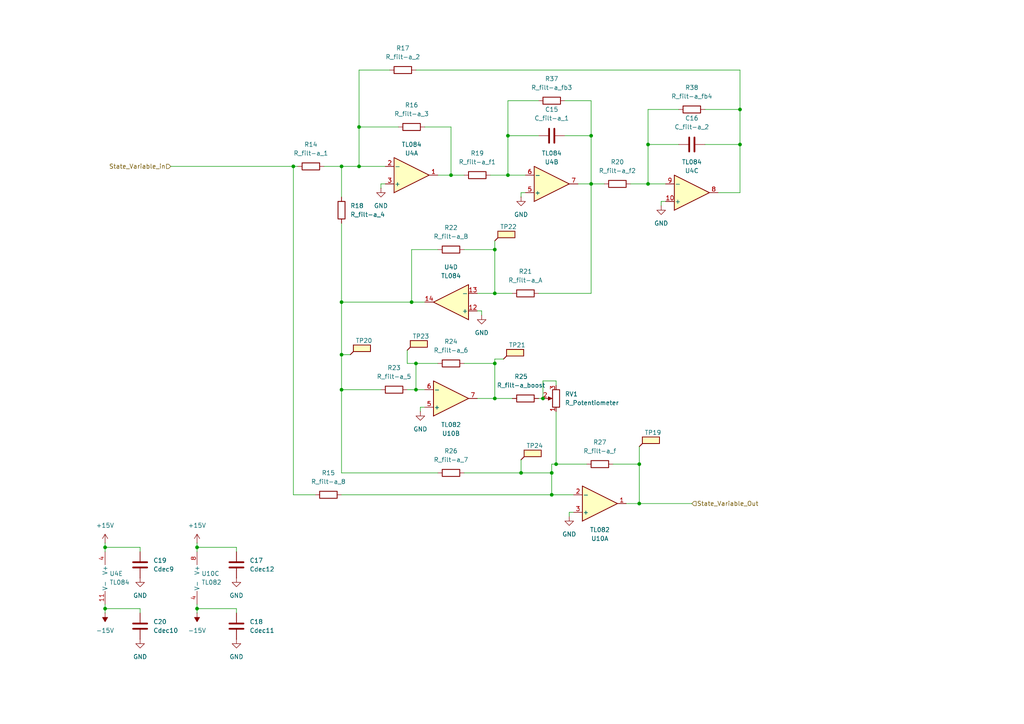
<source format=kicad_sch>
(kicad_sch (version 20231120) (generator "eeschema") (generator_version "8.0")
  (paper "A4")
  (lib_symbols
    (symbol "Amplifier_Operational:TL082" (pin_names (offset 0.127))
      (property "Reference" "U" (at 0 5.08 0))
      (property "Value" "TL082" (at 0 -5.08 0))
      (symbol "TL082_1_1"
        (polyline (pts (xy -5.08 5.08) (xy 5.08 0) (xy -5.08 -5.08) (xy -5.08 5.08)) (stroke (width 0.254)) (fill (type background)))
        (pin output line (at 7.62 0 180) (length 2.54) (name "~") (number "1"))
        (pin input line (at -7.62 -2.54 0) (length 2.54) (name "-") (number "2"))
        (pin input line (at -7.62 2.54 0) (length 2.54) (name "+") (number "3"))
      )
      (symbol "TL082_2_1"
        (polyline (pts (xy -5.08 5.08) (xy 5.08 0) (xy -5.08 -5.08) (xy -5.08 5.08)) (stroke (width 0.254)) (fill (type background)))
        (pin input line (at -7.62 2.54 0) (length 2.54) (name "+") (number "5"))
        (pin input line (at -7.62 -2.54 0) (length 2.54) (name "-") (number "6"))
        (pin output line (at 7.62 0 180) (length 2.54) (name "~") (number "7"))
      )
      (symbol "TL082_3_1"
        (pin power_in line (at -2.54 -7.62 90) (length 3.81) (name "V-") (number "4"))
        (pin power_in line (at -2.54 7.62 270) (length 3.81) (name "V+") (number "8"))
      )
    )
    (symbol "Amplifier_Operational:TL084" (pin_names (offset 0.127))
      (property "Reference" "U" (at 0 5.08 0))
      (property "Value" "TL084" (at 0 -5.08 0))
      (symbol "TL084_1_1"
        (polyline (pts (xy -5.08 5.08) (xy 5.08 0) (xy -5.08 -5.08) (xy -5.08 5.08)) (stroke (width 0.254)) (fill (type background)))
        (pin output line (at 7.62 0 180) (length 2.54) (name "~") (number "1"))
        (pin input line (at -7.62 -2.54 0) (length 2.54) (name "-") (number "2"))
        (pin input line (at -7.62 2.54 0) (length 2.54) (name "+") (number "3"))
      )
      (symbol "TL084_2_1"
        (polyline (pts (xy -5.08 5.08) (xy 5.08 0) (xy -5.08 -5.08) (xy -5.08 5.08)) (stroke (width 0.254)) (fill (type background)))
        (pin input line (at -7.62 2.54 0) (length 2.54) (name "+") (number "5"))
        (pin input line (at -7.62 -2.54 0) (length 2.54) (name "-") (number "6"))
        (pin output line (at 7.62 0 180) (length 2.54) (name "~") (number "7"))
      )
      (symbol "TL084_3_1"
        (polyline (pts (xy -5.08 5.08) (xy 5.08 0) (xy -5.08 -5.08) (xy -5.08 5.08)) (stroke (width 0.254)) (fill (type background)))
        (pin input line (at -7.62 2.54 0) (length 2.54) (name "+") (number "10"))
        (pin output line (at 7.62 0 180) (length 2.54) (name "~") (number "8"))
        (pin input line (at -7.62 -2.54 0) (length 2.54) (name "-") (number "9"))
      )
      (symbol "TL084_4_1"
        (polyline (pts (xy -5.08 5.08) (xy 5.08 0) (xy -5.08 -5.08) (xy -5.08 5.08)) (stroke (width 0.254)) (fill (type background)))
        (pin input line (at -7.62 2.54 0) (length 2.54) (name "+") (number "12"))
        (pin input line (at -7.62 -2.54 0) (length 2.54) (name "-") (number "13"))
        (pin output line (at 7.62 0 180) (length 2.54) (name "~") (number "14"))
      )
      (symbol "TL084_5_1"
        (pin power_in line (at -2.54 -7.62 90) (length 3.81) (name "V-") (number "11"))
        (pin power_in line (at -2.54 7.62 270) (length 3.81) (name "V+") (number "4"))
      )
    )
    (symbol "Connector:TestPoint_Flag" (pin_numbers hide) (pin_names (offset 0.762) hide)
      (property "Reference" "TP" (at 3.429 1.778 0))
      (property "Value" "TestPoint_Flag" (at 3.302 4.191 0))
      (symbol "TestPoint_Flag_0_1"
        (polyline (pts (xy 0 0) (xy 0.889 0.889)) (stroke (width 0.254)))
        (rectangle (start 0.889 2.794) (end 5.842 0.889) (stroke (width 0.254)) (fill (type background)))
      )
      (symbol "TestPoint_Flag_1_1"
        (pin passive line (at 0 0 90) (length 0) (name "1") (number "1"))
      )
    )
    (symbol "Device:C" (pin_numbers hide) (pin_names (offset 0.254))
      (property "Reference" "C" (at 0.635 2.54 0))
      (property "Value" "C" (at 0.635 -2.54 0))
      (symbol "C_0_1"
        (polyline (pts (xy -2.032 -0.762) (xy 2.032 -0.762)) (stroke (width 0.508)))
        (polyline (pts (xy -2.032 0.762) (xy 2.032 0.762)) (stroke (width 0.508)))
      )
      (symbol "C_1_1"
        (pin passive line (at 0 3.81 270) (length 2.794) (name "~") (number "1"))
        (pin passive line (at 0 -3.81 90) (length 2.794) (name "~") (number "2"))
      )
    )
    (symbol "Device:R" (pin_numbers hide) (pin_names (offset 0))
      (property "Reference" "R" (at 2.032 0 90))
      (property "Value" "R" (at 0 0 90))
      (symbol "R_0_1"
        (rectangle (start -1.016 -2.54) (end 1.016 2.54) (stroke (width 0.254)))
      )
      (symbol "R_1_1"
        (pin passive line (at 0 3.81 270) (length 1.27) (name "~") (number "1"))
        (pin passive line (at 0 -3.81 90) (length 1.27) (name "~") (number "2"))
      )
    )
    (symbol "Device:R_Potentiometer" (pin_names (offset 1.016) hide)
      (property "Reference" "RV" (at -4.445 0 90))
      (property "Value" "R_Potentiometer" (at -2.54 0 90))
      (symbol "R_Potentiometer_0_1"
        (polyline (pts (xy 2.54 0) (xy 1.524 0)))
        (polyline (pts (xy 1.143 0) (xy 2.286 0.508) (xy 2.286 -0.508) (xy 1.143 0)) (fill (type outline)))
        (rectangle (start 1.016 2.54) (end -1.016 -2.54) (stroke (width 0.254)))
      )
      (symbol "R_Potentiometer_1_1"
        (pin passive line (at 0 3.81 270) (length 1.27) (name "1") (number "1"))
        (pin passive line (at 3.81 0 180) (length 1.27) (name "2") (number "2"))
        (pin passive line (at 0 -3.81 90) (length 1.27) (name "3") (number "3"))
      )
    )
    (symbol "power:+15V" (power) (pin_numbers hide) (pin_names (offset 0) hide)
      (property "Value" "+15V" (at 0 3.556 0))
      (symbol "+15V_0_1"
        (polyline (pts (xy -0.762 1.27) (xy 0 2.54)))
        (polyline (pts (xy 0 0) (xy 0 2.54)))
        (polyline (pts (xy 0 2.54) (xy 0.762 1.27)))
      )
      (symbol "+15V_1_1"
        (pin power_in line (at 0 0 90) (length 0) (name "~") (number "1"))
      )
    )
    (symbol "power:-15V" (power) (pin_numbers hide) (pin_names (offset 0) hide)
      (property "Value" "-15V" (at 0 3.556 0))
      (symbol "-15V_0_0"
        (pin power_in line (at 0 0 90) (length 0) (name "~") (number "1"))
      )
      (symbol "-15V_0_1"
        (polyline (pts (xy 0 0) (xy 0 1.27) (xy 0.762 1.27) (xy 0 2.54) (xy -0.762 1.27) (xy 0 1.27)) (fill (type outline)))
      )
    )
    (symbol "power:GND" (power) (pin_numbers hide) (pin_names (offset 0) hide)
      (property "Value" "GND" (at 0 -3.81 0))
      (symbol "GND_0_1"
        (polyline (pts (xy 0 0) (xy 0 -1.27) (xy 1.27 -1.27) (xy 0 -2.54) (xy -1.27 -1.27) (xy 0 -1.27)))
      )
      (symbol "GND_1_1"
        (pin power_in line (at 0 0 270) (length 0) (name "~") (number "1"))
      )
    )
  )
  (junction (at 104.14 36.83))
  (junction (at 214.63 31.75))
  (junction (at 160.02 143.51))
  (junction (at 57.15 176.53))
  (junction (at 99.06 48.26))
  (junction (at 171.45 39.37))
  (junction (at 143.51 85.09))
  (junction (at 143.51 105.41))
  (junction (at 120.65 113.03))
  (junction (at 160.02 137.16))
  (junction (at 130.81 50.8))
  (junction (at 120.65 105.41))
  (junction (at 157.48 115.57))
  (junction (at 187.96 53.34))
  (junction (at 151.13 137.16))
  (junction (at 187.96 41.91))
  (junction (at 143.51 72.39))
  (junction (at 161.29 134.62))
  (junction (at 57.15 158.75))
  (junction (at 99.06 87.63))
  (junction (at 85.09 48.26))
  (junction (at 99.06 113.03))
  (junction (at 104.14 48.26))
  (junction (at 171.45 53.34))
  (junction (at 30.48 158.75))
  (junction (at 147.32 50.8))
  (junction (at 143.51 115.57))
  (junction (at 99.06 102.87))
  (junction (at 119.38 87.63))
  (junction (at 147.32 39.37))
  (junction (at 185.42 134.62))
  (junction (at 30.48 176.53))
  (junction (at 185.42 146.05))
  (junction (at 214.63 41.91))
  (wire (pts (xy 40.64 158.75) (xy 30.48 158.75)))
  (wire (pts (xy 123.19 36.83) (xy 130.81 36.83)))
  (wire (pts (xy 146.05 104.14) (xy 143.51 104.14)))
  (wire (pts (xy 113.03 20.32) (xy 104.14 20.32)))
  (wire (pts (xy 85.09 143.51) (xy 85.09 48.26)))
  (wire (pts (xy 214.63 20.32) (xy 214.63 31.75)))
  (wire (pts (xy 160.02 134.62) (xy 160.02 137.16)))
  (wire (pts (xy 187.96 53.34) (xy 193.04 53.34)))
  (wire (pts (xy 99.06 102.87) (xy 99.06 87.63)))
  (wire (pts (xy 142.24 50.8) (xy 147.32 50.8)))
  (wire (pts (xy 99.06 137.16) (xy 99.06 113.03)))
  (wire (pts (xy 40.64 176.53) (xy 30.48 176.53)))
  (wire (pts (xy 143.51 85.09) (xy 148.59 85.09)))
  (wire (pts (xy 120.65 105.41) (xy 120.65 113.03)))
  (wire (pts (xy 99.06 57.15) (xy 99.06 48.26)))
  (wire (pts (xy 68.58 158.75) (xy 57.15 158.75)))
  (wire (pts (xy 115.57 36.83) (xy 104.14 36.83)))
  (wire (pts (xy 101.6 102.87) (xy 99.06 102.87)))
  (wire (pts (xy 99.06 48.26) (xy 104.14 48.26)))
  (wire (pts (xy 127 72.39) (xy 119.38 72.39)))
  (wire (pts (xy 171.45 85.09) (xy 171.45 53.34)))
  (wire (pts (xy 151.13 57.15) (xy 151.13 55.88)))
  (wire (pts (xy 143.51 72.39) (xy 143.51 85.09)))
  (wire (pts (xy 99.06 64.77) (xy 99.06 87.63)))
  (wire (pts (xy 214.63 41.91) (xy 214.63 55.88)))
  (wire (pts (xy 120.65 20.32) (xy 214.63 20.32)))
  (wire (pts (xy 134.62 137.16) (xy 151.13 137.16)))
  (wire (pts (xy 171.45 53.34) (xy 175.26 53.34)))
  (wire (pts (xy 130.81 50.8) (xy 134.62 50.8)))
  (wire (pts (xy 147.32 39.37) (xy 147.32 50.8)))
  (wire (pts (xy 157.48 110.49) (xy 157.48 115.57)))
  (wire (pts (xy 127 137.16) (xy 99.06 137.16)))
  (wire (pts (xy 187.96 41.91) (xy 187.96 53.34)))
  (wire (pts (xy 171.45 39.37) (xy 171.45 53.34)))
  (wire (pts (xy 167.64 53.34) (xy 171.45 53.34)))
  (wire (pts (xy 57.15 157.48) (xy 57.15 158.75)))
  (wire (pts (xy 163.83 29.21) (xy 171.45 29.21)))
  (wire (pts (xy 157.48 115.57) (xy 156.21 115.57)))
  (wire (pts (xy 185.42 129.54) (xy 185.42 134.62)))
  (wire (pts (xy 68.58 160.02) (xy 68.58 158.75)))
  (wire (pts (xy 139.7 91.44) (xy 139.7 90.17)))
  (wire (pts (xy 185.42 134.62) (xy 185.42 146.05)))
  (wire (pts (xy 165.1 149.86) (xy 165.1 148.59)))
  (wire (pts (xy 185.42 146.05) (xy 200.66 146.05)))
  (wire (pts (xy 121.92 119.38) (xy 121.92 118.11)))
  (wire (pts (xy 171.45 29.21) (xy 171.45 39.37)))
  (wire (pts (xy 104.14 36.83) (xy 104.14 48.26)))
  (wire (pts (xy 110.49 53.34) (xy 111.76 53.34)))
  (wire (pts (xy 99.06 87.63) (xy 119.38 87.63)))
  (wire (pts (xy 99.06 143.51) (xy 160.02 143.51)))
  (wire (pts (xy 127 105.41) (xy 120.65 105.41)))
  (wire (pts (xy 143.51 104.14) (xy 143.51 105.41)))
  (wire (pts (xy 143.51 69.85) (xy 143.51 72.39)))
  (wire (pts (xy 40.64 158.75) (xy 40.64 160.02)))
  (wire (pts (xy 143.51 115.57) (xy 148.59 115.57)))
  (wire (pts (xy 182.88 53.34) (xy 187.96 53.34)))
  (wire (pts (xy 30.48 157.48) (xy 30.48 158.75)))
  (wire (pts (xy 161.29 134.62) (xy 170.18 134.62)))
  (wire (pts (xy 143.51 105.41) (xy 143.51 115.57)))
  (wire (pts (xy 68.58 176.53) (xy 57.15 176.53)))
  (wire (pts (xy 147.32 29.21) (xy 147.32 39.37)))
  (wire (pts (xy 118.11 113.03) (xy 120.65 113.03)))
  (wire (pts (xy 147.32 50.8) (xy 152.4 50.8)))
  (wire (pts (xy 151.13 55.88) (xy 152.4 55.88)))
  (wire (pts (xy 151.13 133.35) (xy 151.13 137.16)))
  (wire (pts (xy 134.62 72.39) (xy 143.51 72.39)))
  (wire (pts (xy 156.21 29.21) (xy 147.32 29.21)))
  (wire (pts (xy 57.15 177.8) (xy 57.15 176.53)))
  (wire (pts (xy 68.58 177.8) (xy 68.58 176.53)))
  (wire (pts (xy 160.02 137.16) (xy 160.02 143.51)))
  (wire (pts (xy 119.38 72.39) (xy 119.38 87.63)))
  (wire (pts (xy 191.77 59.69) (xy 191.77 58.42)))
  (wire (pts (xy 110.49 113.03) (xy 99.06 113.03)))
  (wire (pts (xy 57.15 176.53) (xy 57.15 175.26)))
  (wire (pts (xy 156.21 85.09) (xy 171.45 85.09)))
  (wire (pts (xy 120.65 113.03) (xy 123.19 113.03)))
  (wire (pts (xy 40.64 176.53) (xy 40.64 177.8)))
  (wire (pts (xy 110.49 54.61) (xy 110.49 53.34)))
  (wire (pts (xy 30.48 177.8) (xy 30.48 176.53)))
  (wire (pts (xy 30.48 158.75) (xy 30.48 160.02)))
  (wire (pts (xy 143.51 115.57) (xy 138.43 115.57)))
  (wire (pts (xy 91.44 143.51) (xy 85.09 143.51)))
  (wire (pts (xy 104.14 48.26) (xy 111.76 48.26)))
  (wire (pts (xy 119.38 87.63) (xy 123.19 87.63)))
  (wire (pts (xy 30.48 175.26) (xy 30.48 176.53)))
  (wire (pts (xy 165.1 148.59) (xy 166.37 148.59)))
  (wire (pts (xy 161.29 119.38) (xy 161.29 134.62)))
  (wire (pts (xy 161.29 110.49) (xy 157.48 110.49)))
  (wire (pts (xy 93.98 48.26) (xy 99.06 48.26)))
  (wire (pts (xy 130.81 36.83) (xy 130.81 50.8)))
  (wire (pts (xy 156.21 39.37) (xy 147.32 39.37)))
  (wire (pts (xy 204.47 31.75) (xy 214.63 31.75)))
  (wire (pts (xy 104.14 20.32) (xy 104.14 36.83)))
  (wire (pts (xy 127 50.8) (xy 130.81 50.8)))
  (wire (pts (xy 196.85 31.75) (xy 187.96 31.75)))
  (wire (pts (xy 163.83 39.37) (xy 171.45 39.37)))
  (wire (pts (xy 118.11 101.6) (xy 118.11 105.41)))
  (wire (pts (xy 151.13 137.16) (xy 160.02 137.16)))
  (wire (pts (xy 49.53 48.26) (xy 85.09 48.26)))
  (wire (pts (xy 118.11 105.41) (xy 120.65 105.41)))
  (wire (pts (xy 161.29 111.76) (xy 161.29 110.49)))
  (wire (pts (xy 57.15 158.75) (xy 57.15 160.02)))
  (wire (pts (xy 85.09 48.26) (xy 86.36 48.26)))
  (wire (pts (xy 139.7 90.17) (xy 138.43 90.17)))
  (wire (pts (xy 177.8 134.62) (xy 185.42 134.62)))
  (wire (pts (xy 214.63 55.88) (xy 208.28 55.88)))
  (wire (pts (xy 134.62 105.41) (xy 143.51 105.41)))
  (wire (pts (xy 191.77 58.42) (xy 193.04 58.42)))
  (wire (pts (xy 196.85 41.91) (xy 187.96 41.91)))
  (wire (pts (xy 160.02 143.51) (xy 166.37 143.51)))
  (wire (pts (xy 160.02 134.62) (xy 161.29 134.62)))
  (wire (pts (xy 138.43 85.09) (xy 143.51 85.09)))
  (wire (pts (xy 185.42 146.05) (xy 181.61 146.05)))
  (wire (pts (xy 121.92 118.11) (xy 123.19 118.11)))
  (wire (pts (xy 214.63 31.75) (xy 214.63 41.91)))
  (wire (pts (xy 99.06 113.03) (xy 99.06 102.87)))
  (wire (pts (xy 204.47 41.91) (xy 214.63 41.91)))
  (wire (pts (xy 187.96 31.75) (xy 187.96 41.91)))
  (hierarchical_label "State_Variable_Out" (shape input) (at 200.66 146.05 0))
  (hierarchical_label "State_Variable_in" (shape input) (at 49.53 48.26 180))
  (symbol (lib_id "Amplifier_Operational:TL084") (at 119.38 50.8 0) (mirror x) (unit 1)
    (property "Reference" "U4" (at 119.38 44.45 0))
    (property "Value" "TL084" (at 119.38 41.91 0))
    (property "Footprint" "Package_DIP:CERDIP-14_W7.62mm_SideBrazed_LongPads_Socket" (effects (hide yes)))
    (property "Datasheet" "http://www.ti.com/lit/ds/symlink/tl081.pdf" (effects (hide yes)))
    (property "Description" "Quad JFET-Input Operational Amplifiers, DIP-14/SOIC-14/SSOP-14" (effects (hide yes)))
  )
  (symbol (lib_id "Device:C") (at 160.02 39.37 90) (unit 1)
    (property "Reference" "C15" (at 160.02 31.75 90))
    (property "Value" "C_filt-a_1" (at 160.02 34.29 90))
    (property "Footprint" "Capacitor_THT:C_Disc_D3.0mm_W1.6mm_P2.50mm" (effects (hide yes)))
    (property "Description" "Unpolarized capacitor" (effects (hide yes)))
  )
  (symbol (lib_id "power:GND") (at 191.77 59.69 0) (unit 1)
    (property "Reference" "#PWR021" (effects (hide yes)))
    (property "Value" "GND" (at 191.77 64.77 0))
    (property "Description" "Power symbol creates a global label with name \"GND\" , ground" (effects (hide yes)))
  )
  (symbol (lib_id "power:GND") (at 68.58 185.42 0) (unit 1)
    (property "Reference" "#PWR032" (effects (hide yes)))
    (property "Value" "GND" (at 68.58 190.5 0))
    (property "Description" "Power symbol creates a global label with name \"GND\" , ground" (effects (hide yes)))
  )
  (symbol (lib_id "Amplifier_Operational:TL084") (at 160.02 53.34 0) (mirror x) (unit 2)
    (property "Reference" "U4" (at 160.02 46.99 0))
    (property "Value" "TL084" (at 160.02 44.45 0))
    (property "Footprint" "Package_DIP:CERDIP-14_W7.62mm_SideBrazed_LongPads_Socket" (effects (hide yes)))
    (property "Datasheet" "http://www.ti.com/lit/ds/symlink/tl081.pdf" (effects (hide yes)))
    (property "Description" "Quad JFET-Input Operational Amplifiers, DIP-14/SOIC-14/SSOP-14" (effects (hide yes)))
  )
  (symbol (lib_id "power:+15V") (at 57.15 157.48 0) (unit 1)
    (property "Reference" "#PWR027" (effects (hide yes)))
    (property "Value" "+15V" (at 57.15 152.4 0))
    (property "Description" "Power symbol creates a global label with name \"+15V\"" (effects (hide yes)))
  )
  (symbol (lib_id "power:GND") (at 139.7 91.44 0) (unit 1)
    (property "Reference" "#PWR024" (effects (hide yes)))
    (property "Value" "GND" (at 139.7 96.52 0))
    (property "Description" "Power symbol creates a global label with name \"GND\" , ground" (effects (hide yes)))
  )
  (symbol (lib_id "Device:R") (at 160.02 29.21 90) (unit 1)
    (property "Reference" "R37" (at 160.02 22.86 90))
    (property "Value" "R_filt-a_fb3" (at 160.02 25.4 90))
    (property "Footprint" "Resistor_THT:R_Axial_DIN0207_L6.3mm_D2.5mm_P10.16mm_Horizontal" (effects (hide yes)))
    (property "Description" "Resistor" (effects (hide yes)))
  )
  (symbol (lib_id "Amplifier_Operational:TL082") (at 130.81 115.57 0) (mirror x) (unit 2)
    (property "Reference" "U10" (at 130.81 125.73 0))
    (property "Value" "TL082" (at 130.81 123.19 0))
    (property "Footprint" "Package_DIP:CERDIP-8_W7.62mm_SideBrazed_LongPads_Socket" (effects (hide yes)))
    (property "Datasheet" "http://www.ti.com/lit/ds/symlink/tl081.pdf" (effects (hide yes)))
    (property "Description" "Dual JFET-Input Operational Amplifiers, DIP-8/SOIC-8/SSOP-8" (effects (hide yes)))
  )
  (symbol (lib_id "Device:R") (at 99.06 60.96 180) (unit 1)
    (property "Reference" "R18" (at 101.6 59.6899 0) (effects (justify right)))
    (property "Value" "R_filt-a_4" (at 101.6 62.2299 0) (effects (justify right)))
    (property "Footprint" "Resistor_THT:R_Axial_DIN0207_L6.3mm_D2.5mm_P10.16mm_Horizontal" (effects (hide yes)))
    (property "Description" "Resistor" (effects (hide yes)))
  )
  (symbol (lib_id "Device:C") (at 68.58 181.61 180) (unit 1)
    (property "Reference" "C18" (at 72.39 180.3399 0) (effects (justify right)))
    (property "Value" "Cdec11" (at 72.39 182.8799 0) (effects (justify right)))
    (property "Footprint" "Capacitor_THT:C_Disc_D3.0mm_W1.6mm_P2.50mm" (effects (hide yes)))
    (property "Description" "Unpolarized capacitor" (effects (hide yes)))
  )
  (symbol (lib_id "Connector:TestPoint_Flag") (at 143.51 69.85 0) (unit 1)
    (property "Reference" "TP22" (at 145.034 65.786 0) (effects (justify left)))
    (property "Value" "TestPoint_Flag" (effects (hide yes)))
    (property "Footprint" "TestPoint:TestPoint_Pad_D1.5mm" (effects (hide yes)))
    (property "Description" "test point (alternative flag-style design)" (effects (hide yes)))
  )
  (symbol (lib_id "power:GND") (at 151.13 57.15 0) (unit 1)
    (property "Reference" "#PWR022" (effects (hide yes)))
    (property "Value" "GND" (at 151.13 62.23 0))
    (property "Description" "Power symbol creates a global label with name \"GND\" , ground" (effects (hide yes)))
  )
  (symbol (lib_id "Device:R") (at 95.25 143.51 90) (unit 1)
    (property "Reference" "R15" (at 95.25 137.16 90))
    (property "Value" "R_filt-a_8" (at 95.25 139.7 90))
    (property "Footprint" "Resistor_THT:R_Axial_DIN0207_L6.3mm_D2.5mm_P10.16mm_Horizontal" (effects (hide yes)))
    (property "Description" "Resistor" (effects (hide yes)))
  )
  (symbol (lib_id "Device:R") (at 116.84 20.32 90) (unit 1)
    (property "Reference" "R17" (at 116.84 13.97 90))
    (property "Value" "R_filt-a_2" (at 116.84 16.51 90))
    (property "Footprint" "Resistor_THT:R_Axial_DIN0207_L6.3mm_D2.5mm_P10.16mm_Horizontal" (effects (hide yes)))
    (property "Description" "Resistor" (effects (hide yes)))
  )
  (symbol (lib_id "Device:C") (at 40.64 181.61 180) (unit 1)
    (property "Reference" "C20" (at 44.45 180.3399 0) (effects (justify right)))
    (property "Value" "Cdec10" (at 44.45 182.8799 0) (effects (justify right)))
    (property "Footprint" "Capacitor_THT:C_Disc_D3.0mm_W1.6mm_P2.50mm" (effects (hide yes)))
    (property "Description" "Unpolarized capacitor" (effects (hide yes)))
  )
  (symbol (lib_id "Connector:TestPoint_Flag") (at 146.05 104.14 0) (unit 1)
    (property "Reference" "TP21" (at 147.574 100.076 0) (effects (justify left)))
    (property "Value" "TestPoint_Flag" (effects (hide yes)))
    (property "Footprint" "TestPoint:TestPoint_Pad_D1.5mm" (effects (hide yes)))
    (property "Description" "test point (alternative flag-style design)" (effects (hide yes)))
  )
  (symbol (lib_id "power:GND") (at 40.64 167.64 0) (unit 1)
    (property "Reference" "#PWR033" (effects (hide yes)))
    (property "Value" "GND" (at 40.64 172.72 0))
    (property "Description" "Power symbol creates a global label with name \"GND\" , ground" (effects (hide yes)))
  )
  (symbol (lib_id "power:GND") (at 40.64 185.42 0) (unit 1)
    (property "Reference" "#PWR034" (effects (hide yes)))
    (property "Value" "GND" (at 40.64 190.5 0))
    (property "Description" "Power symbol creates a global label with name \"GND\" , ground" (effects (hide yes)))
  )
  (symbol (lib_id "Device:R") (at 130.81 72.39 90) (unit 1)
    (property "Reference" "R22" (at 130.81 66.04 90))
    (property "Value" "R_filt-a_B" (at 130.81 68.58 90))
    (property "Footprint" "Resistor_THT:R_Axial_DIN0207_L6.3mm_D2.5mm_P10.16mm_Horizontal" (effects (hide yes)))
    (property "Description" "Resistor" (effects (hide yes)))
  )
  (symbol (lib_id "Device:R") (at 138.43 50.8 90) (unit 1)
    (property "Reference" "R19" (at 138.43 44.45 90))
    (property "Value" "R_filt-a_f1" (at 138.43 46.99 90))
    (property "Footprint" "Resistor_THT:R_Axial_DIN0207_L6.3mm_D2.5mm_P10.16mm_Horizontal" (effects (hide yes)))
    (property "Description" "Resistor" (effects (hide yes)))
  )
  (symbol (lib_id "Device:R") (at 119.38 36.83 90) (unit 1)
    (property "Reference" "R16" (at 119.38 30.48 90))
    (property "Value" "R_filt-a_3" (at 119.38 33.02 90))
    (property "Footprint" "Resistor_THT:R_Axial_DIN0207_L6.3mm_D2.5mm_P10.16mm_Horizontal" (effects (hide yes)))
    (property "Description" "Resistor" (effects (hide yes)))
  )
  (symbol (lib_id "power:-15V") (at 30.48 177.8 180) (unit 1)
    (property "Reference" "#PWR029" (effects (hide yes)))
    (property "Value" "-15V" (at 30.48 182.88 0))
    (property "Description" "Power symbol creates a global label with name \"-15V\"" (effects (hide yes)))
  )
  (symbol (lib_id "power:-15V") (at 57.15 177.8 180) (unit 1)
    (property "Reference" "#PWR030" (effects (hide yes)))
    (property "Value" "-15V" (at 57.15 182.88 0))
    (property "Description" "Power symbol creates a global label with name \"-15V\"" (effects (hide yes)))
  )
  (symbol (lib_id "power:+15V") (at 30.48 157.48 0) (unit 1)
    (property "Reference" "#PWR028" (effects (hide yes)))
    (property "Value" "+15V" (at 30.48 152.4 0))
    (property "Description" "Power symbol creates a global label with name \"+15V\"" (effects (hide yes)))
  )
  (symbol (lib_id "Device:C") (at 68.58 163.83 180) (unit 1)
    (property "Reference" "C17" (at 72.39 162.5599 0) (effects (justify right)))
    (property "Value" "Cdec12" (at 72.39 165.0999 0) (effects (justify right)))
    (property "Footprint" "Capacitor_THT:C_Disc_D3.0mm_W1.6mm_P2.50mm" (effects (hide yes)))
    (property "Description" "Unpolarized capacitor" (effects (hide yes)))
  )
  (symbol (lib_id "power:GND") (at 110.49 54.61 0) (unit 1)
    (property "Reference" "#PWR023" (effects (hide yes)))
    (property "Value" "GND" (at 110.49 59.69 0))
    (property "Description" "Power symbol creates a global label with name \"GND\" , ground" (effects (hide yes)))
  )
  (symbol (lib_id "Device:R") (at 130.81 137.16 90) (unit 1)
    (property "Reference" "R26" (at 130.81 130.81 90))
    (property "Value" "R_filt-a_7" (at 130.81 133.35 90))
    (property "Footprint" "Resistor_THT:R_Axial_DIN0207_L6.3mm_D2.5mm_P10.16mm_Horizontal" (effects (hide yes)))
    (property "Description" "Resistor" (effects (hide yes)))
  )
  (symbol (lib_id "Device:R") (at 90.17 48.26 90) (unit 1)
    (property "Reference" "R14" (at 90.17 41.91 90))
    (property "Value" "R_filt-a_1" (at 90.17 44.45 90))
    (property "Footprint" "Resistor_THT:R_Axial_DIN0207_L6.3mm_D2.5mm_P10.16mm_Horizontal" (effects (hide yes)))
    (property "Description" "Resistor" (effects (hide yes)))
  )
  (symbol (lib_id "power:GND") (at 121.92 119.38 0) (unit 1)
    (property "Reference" "#PWR025" (effects (hide yes)))
    (property "Value" "GND" (at 121.92 124.46 0))
    (property "Description" "Power symbol creates a global label with name \"GND\" , ground" (effects (hide yes)))
  )
  (symbol (lib_id "Device:C") (at 200.66 41.91 90) (unit 1)
    (property "Reference" "C16" (at 200.66 34.29 90))
    (property "Value" "C_filt-a_2" (at 200.66 36.83 90))
    (property "Footprint" "Capacitor_THT:C_Disc_D3.0mm_W1.6mm_P2.50mm" (effects (hide yes)))
    (property "Description" "Unpolarized capacitor" (effects (hide yes)))
  )
  (symbol (lib_id "Amplifier_Operational:TL082") (at 173.99 146.05 0) (mirror x) (unit 1)
    (property "Reference" "U10" (at 173.99 156.21 0))
    (property "Value" "TL082" (at 173.99 153.67 0))
    (property "Footprint" "Package_DIP:CERDIP-8_W7.62mm_SideBrazed_LongPads_Socket" (effects (hide yes)))
    (property "Datasheet" "http://www.ti.com/lit/ds/symlink/tl081.pdf" (effects (hide yes)))
    (property "Description" "Dual JFET-Input Operational Amplifiers, DIP-8/SOIC-8/SSOP-8" (effects (hide yes)))
  )
  (symbol (lib_id "Device:C") (at 40.64 163.83 180) (unit 1)
    (property "Reference" "C19" (at 44.45 162.5599 0) (effects (justify right)))
    (property "Value" "Cdec9" (at 44.45 165.0999 0) (effects (justify right)))
    (property "Footprint" "Capacitor_THT:C_Disc_D3.0mm_W1.6mm_P2.50mm" (effects (hide yes)))
    (property "Description" "Unpolarized capacitor" (effects (hide yes)))
  )
  (symbol (lib_id "Device:R_Potentiometer") (at 161.29 115.57 180) (unit 1)
    (property "Reference" "RV1" (at 163.83 114.2999 0) (effects (justify right)))
    (property "Value" "R_Potentiometer" (at 163.83 116.8399 0) (effects (justify right)))
    (property "Footprint" "Custom_parts:Trim Pot" (effects (hide yes)))
    (property "Description" "Potentiometer" (effects (hide yes)))
  )
  (symbol (lib_id "Device:R") (at 179.07 53.34 90) (unit 1)
    (property "Reference" "R20" (at 179.07 46.99 90))
    (property "Value" "R_filt-a_f2" (at 179.07 49.53 90))
    (property "Footprint" "Resistor_THT:R_Axial_DIN0207_L6.3mm_D2.5mm_P10.16mm_Horizontal" (effects (hide yes)))
    (property "Description" "Resistor" (effects (hide yes)))
  )
  (symbol (lib_id "Amplifier_Operational:TL082") (at 59.69 167.64 0) (unit 3)
    (property "Reference" "U10" (at 58.42 166.3699 0) (effects (justify left)))
    (property "Value" "TL082" (at 58.42 168.9099 0) (effects (justify left)))
    (property "Footprint" "Package_DIP:CERDIP-8_W7.62mm_SideBrazed_LongPads_Socket" (effects (hide yes)))
    (property "Datasheet" "http://www.ti.com/lit/ds/symlink/tl081.pdf" (effects (hide yes)))
    (property "Description" "Dual JFET-Input Operational Amplifiers, DIP-8/SOIC-8/SSOP-8" (effects (hide yes)))
  )
  (symbol (lib_id "Connector:TestPoint_Flag") (at 151.13 133.35 0) (unit 1)
    (property "Reference" "TP24" (at 152.654 129.286 0) (effects (justify left)))
    (property "Value" "TestPoint_Flag" (effects (hide yes)))
    (property "Footprint" "TestPoint:TestPoint_Pad_D1.5mm" (effects (hide yes)))
    (property "Description" "test point (alternative flag-style design)" (effects (hide yes)))
  )
  (symbol (lib_id "Connector:TestPoint_Flag") (at 185.42 129.54 0) (unit 1)
    (property "Reference" "TP19" (at 186.944 125.476 0) (effects (justify left)))
    (property "Value" "TestPoint_Flag" (effects (hide yes)))
    (property "Footprint" "TestPoint:TestPoint_Pad_D1.5mm" (effects (hide yes)))
    (property "Description" "test point (alternative flag-style design)" (effects (hide yes)))
  )
  (symbol (lib_id "Device:R") (at 173.99 134.62 90) (unit 1)
    (property "Reference" "R27" (at 173.99 128.27 90))
    (property "Value" "R_filt-a_f" (at 173.99 130.81 90))
    (property "Footprint" "Resistor_THT:R_Axial_DIN0207_L6.3mm_D2.5mm_P10.16mm_Horizontal" (effects (hide yes)))
    (property "Description" "Resistor" (effects (hide yes)))
  )
  (symbol (lib_id "power:GND") (at 68.58 167.64 0) (unit 1)
    (property "Reference" "#PWR031" (effects (hide yes)))
    (property "Value" "GND" (at 68.58 172.72 0))
    (property "Description" "Power symbol creates a global label with name \"GND\" , ground" (effects (hide yes)))
  )
  (symbol (lib_id "Device:R") (at 200.66 31.75 90) (unit 1)
    (property "Reference" "R38" (at 200.66 25.4 90))
    (property "Value" "R_filt-a_fb4" (at 200.66 27.94 90))
    (property "Footprint" "Resistor_THT:R_Axial_DIN0207_L6.3mm_D2.5mm_P10.16mm_Horizontal" (effects (hide yes)))
    (property "Description" "Resistor" (effects (hide yes)))
  )
  (symbol (lib_id "Device:R") (at 152.4 85.09 90) (unit 1)
    (property "Reference" "R21" (at 152.4 78.74 90))
    (property "Value" "R_filt-a_A" (at 152.4 81.28 90))
    (property "Footprint" "Resistor_THT:R_Axial_DIN0207_L6.3mm_D2.5mm_P10.16mm_Horizontal" (effects (hide yes)))
    (property "Description" "Resistor" (effects (hide yes)))
  )
  (symbol (lib_id "Connector:TestPoint_Flag") (at 101.6 102.87 0) (unit 1)
    (property "Reference" "TP20" (at 103.124 98.806 0) (effects (justify left)))
    (property "Value" "TestPoint_Flag" (effects (hide yes)))
    (property "Footprint" "TestPoint:TestPoint_Pad_D1.5mm" (effects (hide yes)))
    (property "Description" "test point (alternative flag-style design)" (effects (hide yes)))
  )
  (symbol (lib_id "Device:R") (at 114.3 113.03 90) (unit 1)
    (property "Reference" "R23" (at 114.3 106.68 90))
    (property "Value" "R_filt-a_5" (at 114.3 109.22 90))
    (property "Footprint" "Resistor_THT:R_Axial_DIN0207_L6.3mm_D2.5mm_P10.16mm_Horizontal" (effects (hide yes)))
    (property "Description" "Resistor" (effects (hide yes)))
  )
  (symbol (lib_id "Device:R") (at 130.81 105.41 90) (unit 1)
    (property "Reference" "R24" (at 130.81 99.06 90))
    (property "Value" "R_filt-a_6" (at 130.81 101.6 90))
    (property "Footprint" "Resistor_THT:R_Axial_DIN0207_L6.3mm_D2.5mm_P10.16mm_Horizontal" (effects (hide yes)))
    (property "Description" "Resistor" (effects (hide yes)))
  )
  (symbol (lib_id "power:GND") (at 165.1 149.86 0) (unit 1)
    (property "Reference" "#PWR026" (effects (hide yes)))
    (property "Value" "GND" (at 165.1 154.94 0))
    (property "Description" "Power symbol creates a global label with name \"GND\" , ground" (effects (hide yes)))
  )
  (symbol (lib_id "Amplifier_Operational:TL084") (at 130.81 87.63 180) (unit 4)
    (property "Reference" "U4" (at 130.81 77.47 0))
    (property "Value" "TL084" (at 130.81 80.01 0))
    (property "Footprint" "Package_DIP:CERDIP-14_W7.62mm_SideBrazed_LongPads_Socket" (effects (hide yes)))
    (property "Datasheet" "http://www.ti.com/lit/ds/symlink/tl081.pdf" (effects (hide yes)))
    (property "Description" "Quad JFET-Input Operational Amplifiers, DIP-14/SOIC-14/SSOP-14" (effects (hide yes)))
  )
  (symbol (lib_id "Device:R") (at 152.4 115.57 90) (unit 1)
    (property "Reference" "R25" (at 151.13 109.22 90))
    (property "Value" "R_filt-a_boost" (at 151.13 111.76 90))
    (property "Footprint" "Resistor_THT:R_Axial_DIN0207_L6.3mm_D2.5mm_P10.16mm_Horizontal" (effects (hide yes)))
    (property "Description" "Resistor" (effects (hide yes)))
  )
  (symbol (lib_id "Amplifier_Operational:TL084") (at 200.66 55.88 0) (mirror x) (unit 3)
    (property "Reference" "U4" (at 200.66 49.53 0))
    (property "Value" "TL084" (at 200.66 46.99 0))
    (property "Footprint" "Package_DIP:CERDIP-14_W7.62mm_SideBrazed_LongPads_Socket" (effects (hide yes)))
    (property "Datasheet" "http://www.ti.com/lit/ds/symlink/tl081.pdf" (effects (hide yes)))
    (property "Description" "Quad JFET-Input Operational Amplifiers, DIP-14/SOIC-14/SSOP-14" (effects (hide yes)))
  )
  (symbol (lib_id "Amplifier_Operational:TL084") (at 33.02 167.64 0) (unit 5)
    (property "Reference" "U4" (at 31.75 166.3699 0) (effects (justify left)))
    (property "Value" "TL084" (at 31.75 168.9099 0) (effects (justify left)))
    (property "Footprint" "Package_DIP:CERDIP-14_W7.62mm_SideBrazed_LongPads_Socket" (effects (hide yes)))
    (property "Datasheet" "http://www.ti.com/lit/ds/symlink/tl081.pdf" (effects (hide yes)))
    (property "Description" "Quad JFET-Input Operational Amplifiers, DIP-14/SOIC-14/SSOP-14" (effects (hide yes)))
  )
  (symbol (lib_id "Connector:TestPoint_Flag") (at 118.11 101.6 0) (unit 1)
    (property "Reference" "TP23" (at 119.634 97.536 0) (effects (justify left)))
    (property "Value" "TestPoint_Flag" (effects (hide yes)))
    (property "Footprint" "TestPoint:TestPoint_Pad_D1.5mm" (effects (hide yes)))
    (property "Description" "test point (alternative flag-style design)" (effects (hide yes)))
  )
)
</source>
